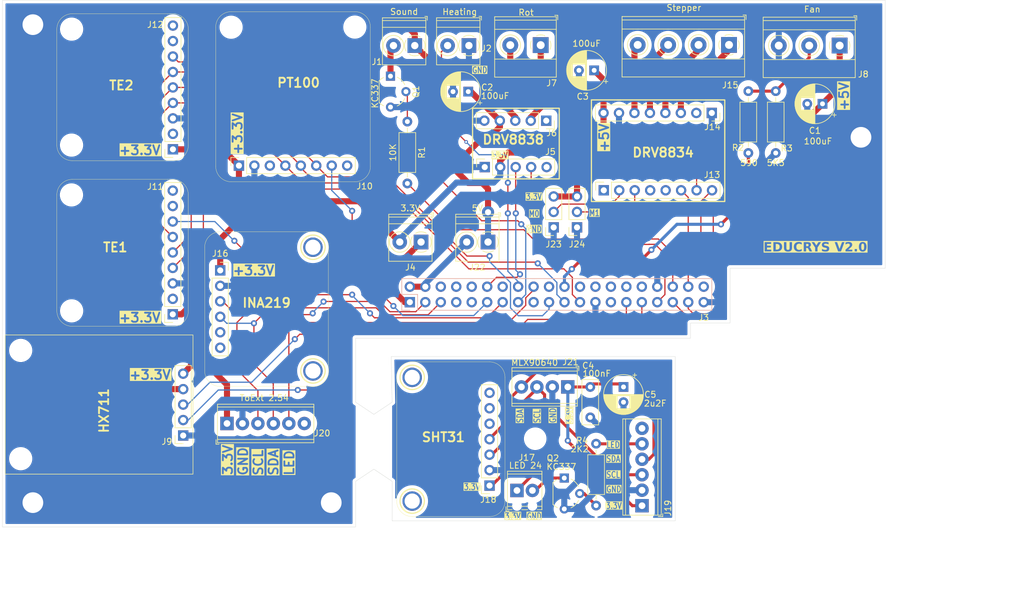
<source format=kicad_pcb>
(kicad_pcb (version 20240108) (generator "pcbnew") (generator_version "8.0")
  (layers (0 "F.Cu" signal) (31 "B.Cu" signal) (34 "B.Paste" user) (35 "F.Paste" user) (36 "B.SilkS" user "B.Silkscreen") (37 "F.SilkS" user "F.Silkscreen") (38 "B.Mask" user) (39 "F.Mask" user) (44 "Edge.Cuts" user))
  (net 0 "")
  (net 1 "+5V")
  (net 2 "+3.3V_EXT")
  (net 3 "GND_EXT")
  (net 4 "Net-(J1-Pin_2)")
  (net 6 "+3.3V")
  (net 16 "GND")
  (net 23 "Net-(J6-Pin_2)")
  (net 24 "Net-(J6-Pin_3)")
  (net 25 "Net-(J8-Pin_2)")
  (net 26 "Net-(Q1-B)")
  (net 40 "Net-(J14-Pin_5)")
  (net 41 "Net-(J14-Pin_3)")
  (net 42 "Net-(J14-Pin_4)")
  (net 43 "Net-(J14-Pin_6)")
  (net 44 "Net-(J17-Pin_2)")
  (net 45 "Net-(Q2-B)")
  (net 46 "unconnected-(J18-Pin_6-Pad6)")
  (net 47 "unconnected-(J18-Pin_7-Pad7)")
  (net 48 "unconnected-(J18-Pin_5-Pad5)")
  (net 49 "+5V_LowEnd")
  (net 52 "SSR 23")
  (net 53 "SDA 2")
  (net 54 "LIN_ON 20")
  (net 55 "PT100_CS 17")
  (net 56 "SOUND 13")
  (net 57 "LED 24")
  (net 58 "T_SDI 10")
  (net 59 "LIN_PWM 19")
  (net 60 "W_DAT 5")
  (net 61 "W_CLK 6")
  (net 62 "FAN_PWM 25")
  (net 63 "TE1_CS 27")
  (net 64 "ROT_PWM 18")
  (net 65 "TE2_CS 22")
  (net 66 "T_CLK 11")
  (net 67 "SCL 3")
  (net 68 "ROT_DIR 16")
  (net 69 "LIN_DIR 16")
  (net 70 "T_SDI 9")
  (net 71 "SCL 3_EXT")
  (net 72 "SDA 2_EXT")
  (net 73 "LED 24_EXT")
  (net 76 "+3.3V_LowEnd")
  (net 77 "Net-(J13-Pin_2)")
  (net 78 "Net-(J13-Pin_3)")
  (footprint "Connector_PinSocket_2.54mm:PinSocket_1x03_P2.54mm_Vertical" (layer "F.Cu") (at 195.53 82.296 180)
    (property "Reference" "J23")
    (property "Value" "M0")
  )
  (footprint "MountingHole:MountingHole_3.2mm_M3_DIN965" (layer "F.Cu") (at 110 127.5)
    (property "Reference" "H3" (hide yes))
    (property "Value" "MountingHole" (hide yes))
  )
  (footprint "Capacitor_THT:CP_Radial_D6.3mm_P2.50mm" (layer "F.Cu") (at 202.182379 56.5 180)
    (property "Reference" "C3")
    (property "Value" "100uF")
  )
  (footprint "Adafruit INA219 STEMMA QT:MOUNTINGHOLE_2.5_PLATED" (layer "F.Cu") (at 155.999051 105.874149 -90)
    (property "Reference" "U$21" (hide yes))
    (property "Value" "MOUNTINGHOLE2.5" (hide yes))
  )
  (footprint "Connector_PinSocket_2.54mm:PinSocket_1x05_P2.54mm_Vertical" (layer "F.Cu") (at 134.683 116.477 180)
    (property "Reference" "J9")
    (property "Value" "HX711")
  )
  (footprint "Connector_PinSocket_2.54mm:PinSocket_1x08_P2.54mm_Vertical" (layer "F.Cu") (at 221.499 63.5 -90)
    (property "Reference" "J14")
    (property "Value" "DRV8434_Right" (hide yes))
  )
  (footprint "STAND-OFF" (layer "F.Cu") (at 116.362263 49.734737 90)
    (property "Reference" "STANDOFF3" (hide yes))
    (property "Value" "STAND-OFF" (hide yes))
  )
  (footprint "Adafruit INA219 STEMMA QT:MOUNTINGHOLE_2.5_PLATED" (layer "F.Cu") (at 155.999051 85.554149 -90)
    (property "Reference" "U$20" (hide yes))
    (property "Value" "MOUNTINGHOLE2.5" (hide yes))
  )
  (footprint "MountingHole:MountingHole_3.2mm_M3_DIN965" (layer "F.Cu") (at 159 127.5)
    (property "Reference" "H4" (hide yes))
    (property "Value" "MountingHole" (hide yes))
  )
  (footprint "MountingHole:MountingHole_3.2mm_M3_DIN965" (layer "F.Cu") (at 192.5 117)
    (property "Reference" "H5" (hide yes))
    (property "Value" "MountingHole" (hide yes))
  )
  (footprint "Connector_PinSocket_2.54mm:PinSocket_1x08_P2.54mm_Vertical" (layer "F.Cu") (at 143.84 72.148559 90)
    (property "Reference" "J10")
    (property "Value" "PT100")
  )
  (footprint "Resistor_THT:R_Axial_DIN0207_L6.3mm_D2.5mm_P10.16mm_Horizontal" (layer "F.Cu") (at 232 70.08 90)
    (property "Reference" "R3")
    (property "Value" "5K5")
  )
  (footprint "Package_TO_SOT_THT:TO-92_Wide" (layer "F.Cu") (at 197.27 123.46 -90)
    (property "Reference" "Q2")
    (property "Value" "KC337")
  )
  (footprint "Connector_PinSocket_2.54mm:PinSocket_1x03_P2.54mm_Vertical" (layer "F.Cu") (at 199.365 82.296 180)
    (property "Reference" "J24")
    (property "Value" "M1")
  )
  (footprint "STAND-OFF" (layer "F.Cu") (at 162.876635 49.398686)
    (property "Reference" "STANDOFF3" (hide yes))
    (property "Value" "STAND-OFF" (hide yes))
  )
  (footprint "TerminalBlock_Phoenix:TerminalBlock_Phoenix_MKDS-1,5-4_1x04_P5.00mm_Horizontal" (layer "F.Cu") (at 224.329051 52.324 180)
    (property "Reference" "J15")
    (property "Value" "Stepper")
  )
  (footprint "MountingHole:MountingHole_3.2mm_M3_DIN965" (layer "F.Cu") (at 110 49)
    (property "Reference" "H1" (hide yes))
    (property "Value" "MountingHole" (hide yes))
  )
  (footprint "STAND-OFF" (layer "F.Cu") (at 116.339635 76.961314 90)
    (property "Reference" "STANDOFF3" (hide yes))
    (property "Value" "STAND-OFF" (hide yes))
  )
  (footprint "TerminalBlock_Phoenix:TerminalBlock_Phoenix_PT-1,5-2-3.5-H_1x02_P3.50mm_Horizontal" (layer "F.Cu") (at 173.75 84.7 180)
    (property "Reference" "J4")
    (property "Value" "3.3V")
  )
  (footprint "Capacitor_THT:CP_Radial_D6.3mm_P2.50mm" (layer "F.Cu") (at 207 108.5 -90)
    (property "Reference" "C5")
    (property "Value" "2u2F")
  )
  (footprint "Connector_PinSocket_2.54mm:PinSocket_1x07_P2.54mm_Vertical" (layer "F.Cu") (at 185 124.7 180)
    (property "Reference" "J18")
    (property "Value" "SHT31")
  )
  (footprint "TerminalBlock_Phoenix:TerminalBlock_Phoenix_MPT-0,5-6-2.54_1x06_P2.54mm_Horizontal" (layer "F.Cu") (at 141.88 114.5)
    (property "Reference" "J20")
    (property "Value" "ToExt 2.54")
  )
  (footprint "STAND-OFF" (layer "F.Cu") (at 116.350949 68.780051 90)
    (property "Reference" "STANDOFF3" (hide yes))
    (property "Value" "STAND-OFF" (hide yes))
  )
  (footprint "Resistor_THT:R_Axial_DIN0207_L6.3mm_D2.5mm_P10.16mm_Horizontal" (layer "F.Cu") (at 202.5 117.82 -90)
    (property "Reference" "R4")
    (property "Value" "2K2")
  )
  (footprint "TerminalBlock_Phoenix:TerminalBlock_Phoenix_MPT-0,5-2-2.54_1x02_P2.54mm_Horizontal" (layer "F.Cu") (at 189.5 125.5)
    (property "Reference" "J17")
    (property "Value" "LED 24")
  )
  (footprint "Connector_PinSocket_2.54mm:PinSocket_1x06_P2.54mm_Vertical" (layer "F.Cu") (at 140.7664 89.3568)
    (property "Reference" "J16")
    (property "Value" "INA219")
  )
  (footprint "Capacitor_THT:CP_Radial_D6.3mm_P2.50mm" (layer "F.Cu") (at 181.5 60 180)
    (property "Reference" "C2")
    (property "Value" "100uF")
  )
  (footprint "Capacitor_THT:C_Rect_L7.2mm_W2.5mm_P5.00mm_FKS2_FKP2_MKS2_MKP2" (layer "F.Cu") (at 201.54 108.5 -90)
    (property "Reference" "C4")
    (property "Value" "100nF")
  )
  (footprint "Capacitor_THT:CP_Radial_D6.3mm_P2.50mm" (layer "F.Cu") (at 239.68238 62 180)
    (property "Reference" "C1")
    (property "Value" "100uF")
  )
  (footprint "STAND-OFF" (layer "F.Cu") (at 108 120.28)
    (property "Reference" "STANDOFF1" (hide yes))
    (property "Value" "STAND-OFF" (hide yes))
  )
  (footprint "Connector_PinSocket_2.54mm:PinSocket_1x05_P2.54mm_Vertical" (layer "F.Cu") (at 194.31 64.77 -90)
    (property "Reference" "J6")
    (property "Value" "DRV8838_Right" (hide yes))
  )
  (footprint "TerminalBlock_Phoenix:TerminalBlock_Phoenix_PT-1,5-2-3.5-H_1x02_P3.50mm_Horizontal" (layer "F.Cu") (at 184.75 84.7 180)
    (property "Reference" "J22")
    (property "Value" "5V")
  )
  (footprint "TerminalBlock_Phoenix:TerminalBlock_Phoenix_PT-1,5-2-3.5-H_1x02_P3.50mm_Horizontal" (layer "F.Cu") (at 181.61 52.43 180)
    (property "Reference" "J2")
    (property "Value" "Heating")
  )
  (footprint "Resistor_THT:R_Axial_DIN0207_L6.3mm_D2.5mm_P10.16mm_Horizontal" (layer "F.Cu") (at 227.5 59.92 -90)
    (property "Reference" "R2")
    (property "Value" "590")
  )
  (footprint "MOUNTINGHOLE_2.5_PLATED" (layer "F.Cu") (at 172.295549 106.926651 90)
    (property "Reference" "U$20" (hide yes))
    (property "Value" "MOUNTINGHOLE2.5" (hide yes))
  )
  (footprint "Resistor_THT:R_Axial_DIN0207_L6.3mm_D2.5mm_P10.16mm_Horizontal" (layer "F.Cu") (at 171.5 64.92 -90)
    (property "Reference" "R1")
    (property "Value" "10K")
  )
  (footprint "Package_TO_SOT_THT:TO-92_Wide" (layer "F.Cu") (at 168.73 57.46 -90)
    (property "Reference" "Q1")
    (property "Value" "KC337")
  )
  (footprint "Connector_PinSocket_2.54mm:PinSocket_1x08_P2.54mm_Vertical" (layer "F.Cu") (at 203.76 76.2 90)
    (property "Reference" "J13")
    (property "Value" "DRV8434_Left" (hide yes))
  )
  (footprint "MOUNTINGHOLE_2.5_PLATED" (layer "F.Cu") (at 172.295549 127.246651 90)
    (property "Reference" "U$19" (hide yes))
    (property "Value" "MOUNTINGHOLE2.5" (hide yes))
  )
  (footprint "Connector_PinSocket_2.54mm:PinSocket_1x05_P2.54mm_Vertical" (layer "F.Cu") (at 184.21 72.39 90)
    (property "Reference" "J5")
    (property "Value" "DRV8838_Left" (hide yes))
  )
  (footprint "TerminalBlock_Phoenix:TerminalBlock_Phoenix_MKDS-1,5-2_1x02_P5.00mm_Horizontal" (layer "F.Cu") (at 193.401051 52.36 180)
    (property "Reference" "J7")
    (property "Value" "Rot")
  )
  (footprint "TerminalBlock_Phoenix:TerminalBlock_Phoenix_PT-1,5-2-3.5-H_1x02_P3.50mm_Horizontal" (layer "F.Cu") (at 172.72 52.435 180)
    (property "Reference" "J1")
    (property "Value" "Sound")
  )
  (footprint "Connector_PinSocket_2.54mm:PinSocket_1x09_P2.54mm_Vertical" (layer "F.Cu") (at 133 69.472 180)
    (property "Reference" "J12")
    (property "Value" "TE2")
  )
  (footprint "TerminalBlock_Phoenix:TerminalBlock_Phoenix_MPT-0,5-4-2.54_1x04_P2.54mm_Horizontal" (layer "F.Cu") (at 197.855 108.5 180)
    (property "Reference" "J21")
    (property "Value" "MLX90640")
  )
  (footprint "MountingHole:MountingHole_3.2mm_M3_DIN965" (layer "F.Cu") (at 246 67.5)
    (property "Reference" "H2" (hide yes))
    (property "Value" "MountingHole" (hide yes))
  )
  (footprint "STAND-OFF" (layer "F.Cu") (at 142.556635 49.421314)
    (property "Reference" "STANDOFF3" (hide yes))
    (property "Value" "STAND-OFF" (hide yes))
  )
  (footprint "TerminalBlock_Phoenix:TerminalBlock_Phoenix_MKDS-1,5-3_1x03_P5.00mm_Horizontal" (layer "F.Cu") (at 242.5 52.437 180)
    (property "Reference" "J8")
    (property "Value" "Fan")
  )
  (footprint "STAND-OFF" (layer "F.Cu") (at 116.366949 96 90)
    (property "Reference" "STANDOFF3" (hide yes))
    (property "Value" "STAND-OFF" (hide yes))
  )
  (footprint "STAND-OFF" (layer "F.Cu") (at 108 102.5)
    (property "Reference" "STANDOFF3" (hide yes))
    (property "Value" "STAND-OFF" (hide yes))
  )
  (footprint "Connector_PinSocket_2.54mm:PinSocket_1x09_P2.54mm_Vertical" (layer "F.Cu") (at 132.975 96.571949 180)
    (property "Reference" "J11")
    (property "Value" "TE1")
  )
  (footprint "TerminalBlock_Phoenix:TerminalBlock_Phoenix_MPT-0,5-6-2.54_1x06_P2.54mm_Horizontal" (layer "F.Cu") (at 210.04 128 90)
    (property "Reference" "J19")
    (property "Value" "ToMain 2.54")
  )
  (footprint "Connector_PinSocket_2.54mm:PinSocket_2x20_P2.54mm_Vertical" (layer "B.Cu") (at 171.911051 94.575 -90)
    (property "Reference" "J3")
    (property "Value" "RaspberryPi4B")
  )
  (gr_line (start 116.477949 74.41) (end 132.987949 74.41) (stroke (width 0.05)) (layer "F.SilkS"))
  (gr_line (start 116.477949 47.206051) (end 132.987949 47.206051) (stroke (width 0.05)) (layer "F.SilkS"))
  (gr_line (start 184.995549 104.386651) (end 172.295549 104.386651) (stroke (width 0.05)) (layer "F.SilkS"))
  (gr_rect (start 201.73 61.36) (end 223.63 78.04) (stroke (width 0.2)) (fill none) (layer "F.SilkS"))
  (gr_line (start 187.535549 127.246651) (end 187.535549 106.926651) (stroke (width 0.05)) (layer "F.SilkS"))
  (gr_arc (start 135.527949 68.796051) (mid 134.784047 70.592163) (end 132.987949 71.336051) (stroke (width 0.05)) (layer "F.SilkS"))
  (gr_arc (start 132.987949 74.41) (mid 134.783986 75.153963) (end 135.527949 76.95) (stroke (width 0.05)) (layer "F.SilkS"))
  (gr_arc (start 172.295549 129.786651) (mid 170.499498 129.042702) (end 169.755549 127.246651) (stroke (width 0.05)) (layer "F.SilkS"))
  (gr_line (start 165.427949 72.27) (end 165.427949 49.41) (stroke (width 0.05)) (layer "F.SilkS"))
  (gr_line (start 135.527949 76.95) (end 135.527949 96) (stroke (width 0.05)) (layer "F.SilkS"))
  (gr_arc (start 158.539051 105.874149) (mid 157.795102 107.6702) (end 155.999051 108.414149) (stroke (width 0.05)) (layer "F.SilkS"))
  (gr_arc (start 162.887949 46.87) (mid 164.683971 47.613978) (end 165.427949 49.41) (stroke (width 0.05)) (layer "F.SilkS"))
  (gr_line (start 155.999051 83.014149) (end 140.759051 83.014149) (stroke (width 0.05)) (layer "F.SilkS"))
  (gr_arc (start 135.527949 96) (mid 134.78403 97.796081) (end 132.987949 98.54) (stroke (width 0.05)) (layer "F.SilkS"))
  (gr_arc (start 142.5702 74.803) (mid 140.774113 74.059082) (end 140.0302 72.263) (stroke (width 0.05)) (layer "F.SilkS"))
  (gr_arc (start 138.219051 85.554149) (mid 138.963 83.758098) (end 140.759051 83.014149) (stroke (width 0.05)) (layer "F.SilkS"))
  (gr_arc (start 116.477949 71.336051) (mid 114.681883 70.592117) (end 113.937949 68.796051) (stroke (width 0.05)) (layer "F.SilkS"))
  (gr_line (start 140.027949 49.41) (end 140.027949 72.27) (stroke (width 0.05)) (layer "F.SilkS"))
  (gr_line (start 132.987949 98.54) (end 116.477949 98.54) (stroke (width 0.05)) (layer "F.SilkS"))
  (gr_line (start 132.987949 71.336051) (end 116.477949 71.336051) (stroke (width 0.05)) (layer "F.SilkS"))
  (gr_arc (start 184.995549 104.386651) (mid 186.7916 105.1306) (end 187.535549 106.926651) (stroke (width 0.05)) (layer "F.SilkS"))
  (gr_line (start 138.219051 85.554149) (end 138.219051 105.874149) (stroke (width 0.05)) (layer "F.SilkS"))
  (gr_line (start 135.527949 49.746051) (end 135.527949 68.796051) (stroke (width 0.05)) (layer "F.SilkS"))
  (gr_line (start 169.755549 106.926651) (end 169.755549 127.246651) (stroke (width 0.05)) (layer "F.SilkS"))
  (gr_arc (start 155.999051 83.014149) (mid 157.795102 83.758098) (end 158.539051 85.554149) (stroke (width 0.05)) (layer "F.SilkS"))
  (gr_line (start 142.5702 74.81) (end 162.8902 74.81) (stroke (width 0.05)) (layer "F.SilkS"))
  (gr_line (start 140.759051 108.414149) (end 155.999051 108.414149) (stroke (width 0.05)) (layer "F.SilkS"))
  (gr_arc (start 140.759051 108.414149) (mid 138.962999 107.6702) (end 138.219051 105.874149) (stroke (width 0.05)) (layer "F.SilkS"))
  (gr_line (start 158.539051 105.874149) (end 158.539051 85.554149) (stroke (width 0.05)) (layer "F.SilkS"))
  (gr_arc (start 169.755549 106.926651) (mid 170.499498 105.1306) (end 172.295549 104.386651) (stroke (width 0.05)) (layer "F.SilkS"))
  (gr_arc (start 165.4302 72.27) (mid 164.686254 74.066069) (end 162.8902 74.81) (stroke (width 0.05)) (layer "F.SilkS"))
  (gr_line (start 162.887949 46.87) (end 142.567949 46.87) (stroke (width 0.05)) (layer "F.SilkS"))
  (gr_rect (start 105.46 99.96) (end 136.2956 122.82) (stroke (width 0.1)) (fill none) (layer "F.SilkS"))
  (gr_arc (start 113.937949 49.746051) (mid 114.681944 47.950061) (end 116.477949 47.206051) (stroke (width 0.05)) (layer "F.SilkS"))
  (gr_arc (start 116.477949 98.54) (mid 114.681883 97.796066) (end 113.937949 96) (stroke (width 0.05)) (layer "F.SilkS"))
  (gr_arc (start 113.937949 76.95) (mid 114.681927 75.153978) (end 116.477949 74.41) (stroke (width 0.05)) (layer "F.SilkS"))
  (gr_line (start 113.937949 68.796051) (end 113.937949 49.746051) (stroke (width 0.05)) (layer "F.SilkS"))
  (gr_line (start 172.295549 129.786651) (end 184.995549 129.786651) (stroke (width 0.05)) (layer "F.SilkS"))
  (gr_arc (start 132.987949 47.206051) (mid 134.784018 47.949997) (end 135.527949 49.746051) (stroke (width 0.05)) (layer "F.SilkS"))
  (gr_arc (start 187.535549 127.246651) (mid 186.7916 129.042702) (end 184.995549 129.786651) (stroke (width 0.05)) (layer "F.SilkS"))
  (gr_arc (start 140.027949 49.41) (mid 140.771898 47.613949) (end 142.567949 46.87) (stroke (width 0.05)) (layer "F.SilkS"))
  (gr_line (start 113.937949 96) (end 113.937949 76.95) (stroke (width 0.05)) (layer "F.SilkS"))
  (gr_rect (start 182.208949 62.7288) (end 196.448949 74.3288) (stroke (width 0.2)) (fill none) (layer "F.SilkS"))
  (gr_poly (pts (xy 105 45) (xy 250 45) (xy 250 89) (xy 224.5 89) (xy 224.5 98) (xy 218 98) (xy 218 100.5) (xy 163 100.5) (xy 163 103.5) (xy 163 111) (xy 166 113) (xy 169 111) (xy 168.8512 103.5) (xy 215.5 103.5) (xy 215.5 130.5) (xy 169 130.5) (xy 169 124) (xy 166 122) (xy 163 124) (xy 163 131.5) (xy 105 131.5)) (stroke (width 0.05)) (fill none) (layer "Edge.Cuts"))
  (gr_text "GND" (at 196 114.5 90) (layer "F.SilkS" knockout) (effects (font (size 1 0.8)) (justify left bottom)))
  (gr_text "SDA" (at 150.4 123.2 90) (layer "F.SilkS" knockout) (effects (font (size 1.5 1.5) (thickness 0.3) (bold yes)) (justify left bottom)))
  (gr_text "SDA" (at 190.6 114.5 90) (layer "F.SilkS" knockout) (effects (font (size 1 0.8)) (justify left bottom)))
  (gr_text "SDA" (at 204.1 120.9 0) (layer "F.SilkS" knockout) (effects (font (size 1 0.8)) (justify left bottom)))
  (gr_text "GND" (at 191 130.3 0) (layer "F.SilkS" knockout) (effects (font (size 1 0.8)) (justify left bottom)))
  (gr_text "DRV8834" (at 208.31 70.884 0) (layer "F.SilkS") (effects (font (size 1.5 1.5) (thickness 0.3) (bold yes)) (justify left bottom)))
  (gr_text "GND" (at 204.1 125.9 0) (layer "F.SilkS" knockout) (effects (font (size 1 0.8)) (justify left bottom)))
  (gr_text "+3.3V" (at 125.683 107.397 0) (layer "F.SilkS" knockout) (effects (font (size 1.5 1.5) (thickness 0.3) (bold yes)) (justify left bottom)))
  (gr_text "3.3V" (at 187.4 130.3 0) (layer "F.SilkS" knockout) (effects (font (size 1 0.8)) (justify left bottom)))
  (gr_text "SHT31" (at 177.42 116.75 0) (layer "F.SilkS") (effects (font (size 1.5 1.5) (thickness 0.3) (bold yes))))
  (gr_text "3.3V" (at 180.7 125.5 0) (layer "F.SilkS" knockout) (effects (font (size 1 0.8)) (justify left bottom)))
  (gr_text "+5V" (at 244.094 63.246 90) (layer "F.SilkS" knockout) (effects (font (size 1.5 1.5) (thickness 0.3) (bold yes)) (justify left bottom)))
  (gr_text "LED" (at 153 123.2 90) (layer "F.SilkS" knockout) (effects (font (size 1.5 1.5) (thickness 0.3) (bold yes)) (justify left bottom)))
  (gr_text "SCL" (at 204.1 123.5 0) (layer "F.SilkS" knockout) (effects (font (size 1 0.8)) (justify left bottom)))
  (gr_text "M1" (at 201.295 80.518 0) (layer "F.SilkS" knockout) (effects (font (size 1 0.8)) (justify left bottom)))
  (gr_text "EDUCRYS V2.0" (at 238.5 86.5 0) (layer "F.SilkS" knockout) (effects (font (size 1.5 1.5) (thickness 0.3) (bold yes)) (justify bottom)))
  (gr_text "LED" (at 204.1 118.6 0) (layer "F.SilkS" knockout) (effects (font (size 1 0.8)) (justify left bottom)))
  (gr_text "DRV8838" (at 183.6928 68.7578 0) (layer "F.SilkS") (effects (font (size 1.5 1.5) (thickness 0.3) (bold yes)) (justify left bottom)))
  (gr_text "+3.3V" (at 124 98 0) (layer "F.SilkS" knockout) (effects (font (size 1.5 1.5) (thickness 0.3) (bold yes)) (justify left bottom)))
  (gr_text "GND" (at 145.4 123.2 90) (layer "F.SilkS" knockout) (effects (font (size 1.5 1.5) (thickness 0.3) (bold yes)) (justify left bottom)))
  (gr_text "+3.3V" (at 124 70.5 0) (layer "F.SilkS" knockout) (effects (font (size 1.5 1.5) (thickness 0.3) (bold yes)) (justify left bottom)))
  (gr_text "3.3V" (at 198.7 114.6 90) (layer "F.SilkS" knockout) (effects (font (size 1 0.8)) (justify left bottom)))
  (gr_text "GND" (at 182.0672 57.0484 0) (layer "F.SilkS" knockout) (effects (font (size 1 0.8)) (justify left bottom)))
  (gr_text "3.3V" (at 204 128.6 0) (layer "F.SilkS" knockout) (effects (font (size 1 0.8)) (justify left bottom)))
  (gr_text "+5V" (at 204.6986 70.0278 90) (layer "F.SilkS" knockout) (effects (font (size 1.5 1.5) (thickness 0.3) (bold yes)) (justify left bottom)))
  (gr_text "M0" (at 191.389 80.645 0) (layer "F.SilkS" knockout) (effects (font (size 1 0.8)) (justify left bottom)))
  (gr_text "SCL" (at 193.4 114.5 90) (layer "F.SilkS" knockout) (effects (font (size 1 0.8)) (justify left bottom)))
  (gr_text "+3.3V" (at 142.6714 90.2458 0) (layer "F.SilkS" knockout) (effects (font (size 1.5 1.5) (thickness 0.3) (bold yes)) (justify left bottom)))
  (gr_text "3.3V" (at 142.9 123.1 90) (layer "F.SilkS" knockout) (effects (font (size 1.5 1.5) (thickness 0.3) (bold yes)) (justify left bottom)))
  (gr_text "SCL" (at 147.9 123.2 90) (layer "F.SilkS" knockout) (effects (font (size 1.5 1.5) (thickness 0.3) (bold yes)) (justify left bottom)))
  (gr_text "3.3V" (at 185.3 71 0) (layer "F.SilkS" knockout) (effects (font (size 1 0.8)) (justify left bottom)))
  (gr_text "+3.3V" (at 144.5 70.5 90) (layer "F.SilkS" knockout) (effects (font (size 1.5 1.5) (thickness 0.3) (bold yes)) (justify left bottom)))
  (gr_text "3.3V" (at 190.881 77.851 0) (layer "F.SilkS" knockout) (effects (font (size 1 0.8)) (justify left bottom)))
  (gr_text "GND" (at 191.008 83.185 0) (layer "F.SilkS" knockout) (effects (font (size 1 0.8)) (justify left bottom)))
  (gr_text "INA219" (at 148.3864 94.6908 0) (layer "F.SilkS") (effects (font (size 1.5 1.5) (thickness 0.3) (bold yes))))
  (segment (start 172.72 50.546) (end 172.72 52.435) (width 1) (layer "F.Cu") (net 1))
  (segment (start 137.668 49.022) (end 137.668 50.8) (width 1) (layer "F.Cu") (net 1))
  (segment (start 121.5 104.357) (end 121.5 50.966) (width 1) (layer "F.Cu") (net 1))
  (segment (start 185 67.5) (end 202 67.5) (width 1) (layer "F.Cu") (net 1))
  (segment (start 140.208 53.34) (end 163.83 53.34) (width 1) (layer "F.Cu") (net 1))
  (segment (start 242.5 59.18238) (end 239.68238 62) (width 1) (layer "F.Cu") (net 1))
  (segment (start 181.92 60) (end 186.69 64.77) (width 1) (layer "F.Cu") (net 1))
  (segment (start 175.25 54.965) (end 172.72 52.435) (width 1) (layer "F.Cu") (net 1))
  (segment (start 135.382 46.736) (end 137.668 49.022) (width 1) (layer "F.Cu") (net 1))
  (segment (start 175.25 68.75) (end 175.25 54.965) (width 1) (layer "F.Cu") (net 1))
  (segment (start 202 67.5) (end 234.18238 67.5) (width 1) (layer "F.Cu") (net 1))
  (segment (start 126 108.857) (end 121.5 104.357) (width 1) (layer "F.Cu") (net 1))
  (segment (start 167.894 49.276) (end 171.45 49.276) (width 1) (layer "F.Cu") (net 1))
  (segment (start 186.69 65.81) (end 185 67.5) (width 1) (layer "F.Cu") (net 1))
  (segment (start 180 73.5) (end 180 71.4) (width 1) (layer "F.Cu") (net 1))
  (segment (start 234.18238 67.5) (end 239.68238 62) (width 1) (layer "F.Cu") (net 1))
  (segment (start 125.73 46.736) (end 135.382 46.736) (width 1) (layer "F.Cu") (net 1))
  (segment (start 186.69 64.77) (end 186.69 65.81) (width 1) (layer "F.Cu") (net 1))
  (segment (start 134.683 108.857) (end 126 108.857) (width 1) (layer "F.Cu") (net 1))
  (segment (start 180 71.4) (end 183.9 67.5) (width 1) (layer "F.Cu") (net 1))
  (segment (start 184.75 79.8038) (end 184.75 75.97) (width 1) (layer "F.Cu") (net 1))
  (segment (start 137.668 50.8) (end 140.208 53.34) (width 1) (layer "F.Cu") (net 1))
  (segment (start 184.75 75.97) (end 183.78 75) (width 1) (layer "F.Cu") (net 1))
  (segment (start 163.83 53.34) (end 167.894 49.276) (width 1) (layer "F.Cu") (net 1))
  (segment (start 181.5 60) (end 181.92 60) (width 1) (layer "F.Cu") (net 1))
  (segment (start 121.5 50.966) (end 125.73 46.736) (width 1) (layer "F.Cu") (net 1))
  (segment (start 242.5 52.437) (end 242.5 59.18238) (width 1) (layer "F.Cu") (net 1))
  (segment (start 203.719 63.3) (end 203.719 58.036621) (width 1) (layer "F.Cu") (net 1))
  (segment (start 183.78 75) (end 181.5 75) (width 1) (layer "F.Cu") (net 1))
  (segment (start 171.45 49.276) (end 172.72 50.546) (width 1) (layer "F.Cu") (net 1))
  (segment (start 203.719 65.781) (end 202 67.5) (width 1) (layer "F.Cu") (net 1))
  (segment (start 203.719 58.036621) (end 202.182379 56.5) (width 1) (layer "F.Cu") (net 1))
  (segment (start 183.9 67.5) (end 185 67.5) (width 1) (layer "F.Cu") (net 1))
  (segment (start 181.5 75) (end 175.25 68.75) (width 1) (layer "F.Cu") (net 1))
  (segment (start 203.719 63.3) (end 203.719 65.781) (width 1) (layer "F.Cu") (net 1))
  (via (at 184.75 79.8038) (size 2) (drill 1) (layers "F.Cu" "B.Cu") (net 1))
  (segment (start 184.75 79.8038) (end 184.75 84.7) (width 1) (layer "B.Cu") (net 1))
  (segment (start 187.88 122.16) (end 185.34 124.7) (width 0.5) (layer "F.Cu") (net 2))
  (segment (start 197.855 108.5) (end 201.54 108.5) (width 0.5) (layer "F.Cu") (net 2))
  (segment (start 210.04 128) (end 208.44 128) (width 0.5) (layer "F.Cu") (net 2))
  (segment (start 200.99 120.55) (end 200.94 120.5) (width 0.5) (layer "F.Cu") (net 2))
  (segment (start 192.84 122.16) (end 187.88 122.16) (width 0.5) (layer "F.Cu") (net 2))
  (segment (start 197.855 117.315) (end 197.855 117.415) (width 0.5) (layer "F.Cu") (net 2))
  (segment (start 208.44 128) (end 200.99 120.55) (width 0.5) (layer "F.Cu") (net 2))
  (segment (start 197.855 117.415) (end 200.99 120.55) (width 0.5) (layer "F.Cu") (net 2))
  (segment (start 185.34 124.7) (end 185 124.7) (width 0.5) (layer "F.Cu") (net 2))
  (segment (start 200.94 120.5) (end 194.5 120.5) (width 0.5) (layer "F.Cu") (net 2))
  (segment (start 201.54 108.5) (end 202.04 108) (width 0.5) (layer "F.Cu") (net 2))
  (segment (start 202.04 108) (end 206.5 108) (width 0.5) (layer "F.Cu") (net 2))
  (segment (start 206.5 108) (end 207 108.5) (width 0.5) (layer "F.Cu") (net 2))
  (segment (start 192.84 122.16) (end 189.5 125.5) (width 0.5) (layer "F.Cu") (net 2))
  (segment (start 194.5 120.5) (end 192.84 122.16) (width 0.5) (layer "F.Cu") (net 2))
  (via (at 197.855 117.315) (size 1) (drill 0.5) (layers "F.Cu" "B.Cu") (net 2))
  (segment (start 197.855 117.315) (end 197.855 108.5) (width 0.5) (layer "B.Cu") (net 2))
  (segment (start 185 122.16) (end 187.3364 122.16) (width 1) (layer "B.Cu") (net 3))
  (segment (start 195.315 108.5) (end 195.315 111.0852) (width 1) (layer "B.Cu") (net 3))
  (segment (start 207 111) (end 207 113.9036) (width 1) (layer "B.Cu") (net 3))
  (segment (start 202.581 125.46) (end 206.6638 125.46) (width 1) (layer "B.Cu") (net 3))
  (segment (start 207 113.9036) (end 206.9084 113.9952) (width 1) (layer "B.Cu") (net 3))
  (segment (start 197.27 128.54) (end 199.501 128.54) (width 1) (layer "B.Cu") (net 3))
  (segment (start 203.2508 115.2108) (end 203.2508 115.2144) (width 1) (layer "B.Cu") (net 3))
  (segment (start 199.501 128.54) (end 202.581 125.46) (width 1) (layer "B.Cu") (net 3))
  (segment (start 206.6638 125.46) (end 206.2988 125.095) (width 1) (layer "B.Cu") (net 3))
  (segment (start 187.3364 122.16) (end 187.4012 122.2248) (width 1) (layer "B.Cu") (net 3))
  (segment (start 210.04 125.46) (end 206.6638 125.46) (width 1) (layer "B.Cu") (net 3))
  (segment (start 197.27 126.199) (end 200.152 123.317) (width 1) (layer "B.Cu") (net 3))
  (segment (start 195.315 111.0852) (end 195.1228 111.2774) (width 1) (layer "B.Cu") (net 3))
  (segment (start 201.54 113.5) (end 203.2508 115.2108) (width 1) (layer "B.Cu") (net 3))
  (segment (start 197.27 128.54) (end 197.27 126.199) (width 1) (layer "B.Cu") (net 3))
  (segment (start 200.152 123.317) (end 200.279 123.317) (width 1) (layer "B.Cu") (net 3))
  (segment (start 168.73 57.46) (end 168.73 52.925) (width 1) (layer "F.Cu") (net 4))
  (segment (start 168.73 52.925) (end 169.22 52.435) (width 1) (layer "F.Cu") (net 4))
  (segment (start 143.84 72.148559) (end 143.84 77.34) (width 1) (layer "F.Cu") (net 6))
  (segment (start 134.428051 96.571949) (end 136 95) (width 1) (layer "F.Cu") (net 6))
  (segment (start 140.7664 84.48) (end 140.6432 84.3568) (width 1) (layer "F.Cu") (net 6))
  (segment (start 136 95) (end 136 100) (width 1) (layer "F.Cu") (net 6))
  (segment (start 188.064 70) (end 197.993 70) (width 1) (layer "F.Cu") (net 6))
  (segment (start 141.88 108.13) (end 141.88 114.5) (width 1) (layer "F.Cu") (net 6))
  (segment (start 136 102.25) (end 136 105) (width 1) (layer "F.Cu") (net 6))
  (segment (start 144.5 78) (end 147 78) (width 1) (layer "F.Cu") (net 6))
  (segment (start 136 89) (end 136 95) (width 1) (layer "F.Cu") (net 6))
  (segment (start 136 105) (end 134.683 106.317) (width 1) (layer "F.Cu") (net 6))
  (segment (start 186.75 72.5678) (end 186.75 72.39) (width 1) (layer "F.Cu") (net 6))
  (segment (start 132.975 96.571949) (end 134.428051 96.571949) (width 1) (layer "F.Cu") (net 6))
  (segment (start 163.55 78) (end 147 78) (width 1) (layer "F.Cu") (net 6))
  (segment (start 139.424 85.576) (end 136 89) (width 1) (layer "F.Cu") (net 6))
  (segment (start 195.53 77.216) (end 199.365 77.216) (width 1) (layer "F.Cu") (net 6))
  (segment (start 141.163441 69.472) (end 143.84 72.148559) (width 1) (layer "F.Cu") (net 6))
  (segment (start 140.7664 89.3568) (end 140.7664 84.48) (width 1) (layer "F.Cu") (net 6))
  (segment (start 199.365 71.372) (end 199.365 77.216) (width 1) (layer "F.Cu") (net 6))
  (segment (start 186.75 71.314) (end 188.064 70) (width 1) (layer "F.Cu") (net 6))
  (segment (start 186.75 72.39) (end 186.75 71.314) (width 1) (layer "F.Cu") (net 6))
  (segment (start 170.25 84.7) (end 163.55 78) (width 1) (layer "F.Cu") (net 6))
  (segment (start 136 100) (end 136 102.25) (width 1) (layer "F.Cu") (net 6))
  (segment (start 143.84 77.34) (end 144.5 78) (width 1) (layer "F.Cu") (net 6))
  (segment (start 136 102.25) (end 141.88 108.13) (width 1) (layer "F.Cu") (net 6))
  (segment (start 147 78) (end 139.424 85.576) (width 1) (layer "F.Cu") (net 6))
  (segment (start 133 69.472) (end 141.163441 69.472) (width 1) (layer "F.Cu") (net 6))
  (segment (start 197.993 70) (end 199.365 71.372) (width 1) (layer "F.Cu") (net 6))
  (segment (start 170.25 84.7) (end 170.25 84.25) (width 1) (layer "B.Cu") (net 6))
  (segment (start 179.57 74.93) (end 185.674 74.93) (width 1) (layer "B.Cu") (net 6))
  (segment (start 170.25 84.25) (end 179.57 74.93) (width 1) (layer "B.Cu") (net 6))
  (segment (start 185.674 74.93) (end 186.75 73.854) (width 1) (layer "B.Cu") (net 6))
  (segment (start 186.75 73.854) (end 186.75 72.5678) (width 1) (layer "B.Cu") (net 6))
  (segment (start 212.551051 89.348949) (end 212.7 89.2) (width 1) (layer "B.Cu") (net 16))
  (segment (start 184.15 64.77) (end 181.83 64.77) (width 1) (layer "B.Cu") (net 16))
  (segment (start 146.38 72.148559) (end 146.38 76.62) (width 1) (layer "B.Cu") (net 16))
  (segment (start 220.171051 94.575) (end 222.875 94.575) (width 1) (layer "B.Cu") (net 16))
  (segment (start 171.958 62.484) (end 171.902 62.54) (width 1) (layer "B.Cu") (net 16))
  (segment (start 133 64.392) (end 136.608 64.392) (width 1) (layer "B.Cu") (net 16))
  (segment (start 179 60) (end 179 62.9) (width 1) (layer "B.Cu") (net 16))
  (segment (start 195.53 82.296) (end 195.53 84.786) (width 1) (layer "B.Cu") (net 16))
  (segment (start 140.7664 91.8968) (end 143.535 91.8968) (width 1) (layer "B.Cu") (net 16))
  (segment (start 144.42 111.42) (end 144 111) (width 1) (layer "B.Cu") (net 16))
  (segment (start 137.523 116.477) (end 138 116) (width 1) (layer "B.Cu") (net 16))
  (segment (start 181.61 52.43) (end 181.61 55.39) (width 1) (layer "B.Cu") (net 16))
  (segment (start 179 60) (end 179 57.8) (width 1) (layer "B.Cu") (net 16))
  (segment (start 199.365 82.296) (end 199.365 84.557) (width 1) (layer "B.Cu") (net 16))
  (segment (start 132.975 91.491949) (end 135.491949 91.491949) (width 1) (layer "B.Cu") (net 16))
  (segment (start 136.608 64.392) (end 137 64) (width 1) (layer "B.Cu") (net 16))
  (segment (start 230 72.08) (end 230 72.1) (width 1) (layer "B.Cu") (net 16))
  (segment (start 206.259 66.741) (end 206 67) (width 1) (layer "B.Cu") (net 16))
  (segment (start 134.683 116.477) (end 137.523 116.477) (width 1) (layer "B.Cu") (net 16))
  (segment (start 221.499 66.799) (end 221.7 67) (width 1) (layer "B.Cu") (net 16))
  (segment (start 202.391051 97.291051) (end 202.4 97.3) (width 1) (layer "B.Cu") (net 16))
  (segment (start 195.53 84.786) (end 195.58 84.836) (width 1) (layer "B.Cu") (net 16))
  (segment (start 237.18238 66.81762) (end 237 67) (width 1) (layer "B.Cu") (net 16))
  (segment (start 222.875 94.575) (end 222.9 94.6) (width 1) (layer "B.Cu") (net 16))
  (segment (start 232 70.08) (end 230 72.08) (width 1) (layer "B.Cu") (net 16))
  (segment (start 171.902 62.54) (end 168.73 62.54) (width 1) (layer "B.Cu") (net 16))
  (segment (start 237.18238 62) (end 237.18238 66.81762) (width 1) (layer "B.Cu") (net 16))
  (segment (start 184.0322 72.39) (end 181.356 72.39) (width 1) (layer "B.Cu") (net 16))
  (segment (start 232.5 49.276) (end 232.5 55.79) (width 1) (layer "B.Cu") (net 16))
  (segment (start 206.259 63.3) (end 206.259 66.741) (width 1) (layer "B.Cu") (net 16))
  (segment (start 181.356 72.39) (end 181.102 72.136) (width 1) (layer "B.Cu") (net 16))
  (segment (start 202.391051 94.575) (end 202.391051 97.291051) (width 1) (layer "B.Cu") (net 16))
  (segment (start 199.682379 59.817621) (end 199.6 59.9) (width 1) (layer "B.Cu") (net 16))
  (segment (start 181.61 55.39) (end 181.4 55.6) (width 1) (layer "B.Cu") (net 16))
  (segment (start 199.682379 56.5) (end 199.682379 59.817621) (width 1) (layer "B.Cu") (net 16))
  (segment (start 221.499 63.3) (end 221.499 66.799) (width 1) (layer "B.Cu") (net 16))
  (segment (start 143.535 91.8968) (end 143.5354 91.8972) (width 1) (layer "B.Cu") (net 16))
  (segment (start 181.83 64.77) (end 181.7 64.9) (width 1) (layer "B.Cu") (net 16))
  (segment (start 199.365 84.557) (end 199.39 84.582) (width 1) (layer "B.Cu") (net 16))
  (segment (start 144.42 114.5) (end 144.42 111.42) (width 1) (layer "B.Cu") (net 16))
  (segment (start 232.5 55.79) (end 232.41 55.88) (width 1) (layer "B.Cu") (net 16))
  (segment (start 212.551051 92.035) (end 212.551051 89.348949) (width 1) (layer "B.Cu") (net 16))
  (segment (start 191.77 64.77) (end 191.77 64.23) (width 1) (layer "F.Cu") (net 23))
  (segment (start 191.77 64.23) (end 193.401051 62.598949) (width 1) (layer "F.Cu") (net 23))
  (segment (start 193.401051 62.598949) (end 193.401051 52.36) (width 1) (layer "F.Cu") (net 23))
  (segment (start 188.401051 63.342102) (end 189.23 64.171051) (width 1) (layer "F.Cu") (net 24))
  (segment (start 189.23 64.171051) (end 189.23 64.77) (width 1) (layer "F.Cu") (net 24))
  (segment (start 188.401051 52.36) (end 188.401051 63.342102) (width 1) (layer "F.Cu") (net 24))
  (segment (start 237.5 52.437) (end 237.5 54.42) (width 0.5) (layer "F.Cu") (net 25))
  (segment (start 227.5 59.92) (end 232 59.92) (width 0.5) (layer "F.Cu") (net 25))
  (segment (start 237.5 54.42) (end 232 59.92) (width 0.5) (layer "F.Cu") (net 25))
  (segment (start 171.5 60.23) (end 171.5 64.755) (width 0.2) (layer "F.Cu") (net 26))
  (segment (start 171.27 60) (end 171.5 60.23) (width 0.2) (layer "F.Cu") (net 26))
  (segment (start 211.339 55.361) (end 214.329051 52.370949) (width 1) (layer "F.Cu") (net 40))
  (segment (start 214.329051 52.370949) (end 214.329051 52.324) (width 1) (layer "F.Cu") (net 40))
  (segment (start 211.339 63.3) (end 211.339 55.361) (width 1) (layer "F.Cu") (net 40))
  (segment (start 224.329051 53.170949) (end 216.419 61.081) (width 1) (layer "F.Cu") (net 41))
  (segment (start 216.419 61.081) (end 216.419 63.3) (width 1) (layer "F.Cu") (net 41))
  (segment (start 224.329051 52.324) (end 224.329051 53.170949) (width 1) (layer "F.Cu") (net 41))
  (segment (start 213.879 58.621) (end 213.879 63.3) (width 1) (layer "F.Cu") (net 42))
  (segment (start 219.329051 53.170949) (end 213.879 58.621) (width 1) (layer "F.Cu") (net 42))
  (segment (start 219.329051 52.324) (end 219.329051 53.170949) (width 1) (layer "F.Cu") (net 42))
  (segment (start 208.799 52.854051) (end 209.329051 52.324) (width 1) (layer "F.Cu") (net 43))
  (segment (start 208.799 63.3) (end 208.799 52.854051) (width 1) (layer "F.Cu") (net 43))
  (segment (start 194.58 123.46) (end 197.27 123.46) (width 0.5) (layer "F.Cu") (net 44))
  (segment (start 192.54 125.5) (end 194.58 123.46) (width 0.5) (layer "F.Cu") (net 44))
  (segment (start 192.04 125.5) (end 192.54 125.5) (width 0.5) (layer "F.Cu") (net 44))
  (segment (start 199.81 126) (end 200.52 126) (width 0.5) (layer "F.Cu") (net 45))
  (segment (start 200.52 126) (end 202.6 128.08) (width 0.5) (layer "F.Cu") (net 45))
  (segment (start 184.360549 112.006651) (end 184.995549 112.006651) (width 0.254) (layer "F.Cu") (net 46))
  (segment (start 184.487549 109.466651) (end 184.995549 109.466651) (width 0.254) (layer "B.Cu") (net 47))
  (segment (start 184.995549 114.546651) (end 184.995549 115.202451) (width 0.254) (layer "B.Cu") (net 48))
  (segment (start 174.451051 92.035) (end 171.911051 92.035) (width 1) (layer "F.Cu") (net 49))
  (segment (start 181.25 84.7) (end 174.451051 91.498949) (width 1) (layer "B.Cu") (net 49))
  (segment (start 174.451051 91.498949) (end 174.451051 92.035) (width 1) (layer "B.Cu") (net 49))
  (segment (start 188.0108 79.982342) (end 188.0108 74.7014) (width 0.2) (layer "F.Cu") (net 52))
  (segment (start 177.1 53.44) (end 178.11 52.43) (width 0.2) (layer "F.Cu") (net 52))
  (segment (start 181.164 68.264) (end 177.1 64.2) (width 0.2) (layer "F.Cu") (net 52))
  (segment (start 188.008557 79.984585) (end 188.0108 79.982342) (width 0.2) (layer "F.Cu") (net 52))
  (segment (start 177.1 64.2) (end 177.1 53.44) (width 0.2) (layer "F.Cu") (net 52))
  (via (at 188.008557 79.984585) (size 1) (drill 0.5) (layers "F.Cu" "B.Cu") (net 52))
  (via (at 188.0108 74.9554) (size 1) (drill 0.5) (layers "F.Cu" "B.Cu") (net 52))
  (via (at 181.164 68.264) (size 0.6) (drill 0.3) (layers "F.Cu" "B.Cu") (net 52))
  (segment (start 183.258 70.358) (end 187.6044 70.358) (width 0.2) (layer "B.Cu") (net 52))
  (segment (start 188.0108 89.5108) (end 189.691051 91.191051) (width 0.2) (layer "B.Cu") (net 52))
  (segment (start 189.691051 91.191051) (end 189.691051 92.035) (width 0.2) (layer "B.Cu") (net 52))
  (segment (start 181.164 68.264) (end 183.258 70.358) (width 0.2) (layer "B.Cu") (net 52))
  (segment (start 188.04 70.7936) (end 188.04 74.9262) (width 0.2) (layer "B.Cu") (net 52))
  (segment (start 187.6044 70.358) (end 188.04 70.7936) (width 0.2) (layer "B.Cu") (net 52))
  (segment (start 188.0108 74.9554) (end 188.0108 74.676) (width 0.2) (layer "B.Cu") (net 52))
  (segment (start 188.008557 79.984585) (end 188.0108 79.986828) (width 0.2) (layer "B.Cu") (net 52))
  (segment (start 188.0108 79.986828) (end 188.0108 89.5108) (width 0.2) (layer "B.Cu") (net 52))
  (segment (start 149.479 107.95) (end 149.479 114.479) (width 0.2) (layer "F.Cu") (net 53))
  (segment (start 146.304 98.044) (end 146.304 104.775) (width 0.2) (layer "F.Cu") (net 53))
  (segment (start 157.762 94.46) (end 166.96 94.46) (width 0.2) (layer "F.Cu") (net 53))
  (segment (start 155.7384 96.6216) (end 147.7264 96.6216) (width 0.2) (layer "F.Cu") (net 53))
  (segment (start 146.304 104.775) (end 149.479 107.95) (width 0.2) (layer "F.Cu") (net 53))
  (segment (start 149.479 114.479) (end 149.5 114.5) (width 0.2) (layer "F.Cu") (net 53))
  (segment (start 168.639 96.139) (end 172.887051 96.139) (width 0.2) (layer "F.Cu") (net 53))
  (segment (start 157.734 94.488) (end 157.762 94.46) (width 0.2) (layer "F.Cu") (net 53))
  (segment (start 172.887051 96.139) (end 174.451051 94.575) (width 0.2) (layer "F.Cu") (net 53))
  (segment (start 147.7264 96.6216) (end 146.304 98.044) (width 0.2) (layer "F.Cu") (net 53))
  (segment (start 155.956 96.404) (end 155.7384 96.6216) (width 0.2) (layer "F.Cu") (net 53))
  (segment (start 166.96 94.46) (end 168.639 96.139) (width 0.2) (layer "F.Cu") (net 53))
  (via (at 157.734 94.488) (size 1) (drill 0.5) (layers "F.Cu" "B.Cu") (net 53))
  (via (at 146.304 98.044) (size 1) (drill 0.5) (layers "F.Cu" "B.Cu") (net 53))
  (via (at 155.956 96.404) (size 1) (drill 0.5) (layers "F.Cu" "B.Cu") (net 53))
  (segment (start 155.956 96.404) (end 155.956 96.266) (width 0.2) (layer "B.Cu") (net 53))
  (segment (start 146.304 98.044) (end 141.8336 98.044) (width 0.2) (layer "B.Cu") (net 53))
  (segment (start 155.956 96.266) (end 157.734 94.488) (width 0.2) (layer "B.Cu") (net 53))
  (segment (start 141.8336 98.044) (end 140.8176 97.028) (width 0.2) (layer "B.Cu") (net 53))
  (segment (start 217.631051 77.371051) (end 216.46 76.2) (width 0.2) (layer "F.Cu") (net 54))
  (segment (start 217.631051 92.035) (end 217.631051 77.371051) (width 0.2) (layer "F.Cu") (net 54))
  (segment (start 162.433 79.5782) (end 162.433 88.433) (width 0.2) (layer "F.Cu") (net 55))
  (segment (start 162.433 88.433) (end 169.207 95.207) (width 0.2) (layer "F.Cu") (net 55))
  (via (at 162.433 79.5782) (size 1) (drill 0.5) (layers "F.Cu" "B.Cu") (net 55))
  (via (at 169.207 95.207) (size 1) (drill 0.5) (layers "F.Cu" "B.Cu") (net 55))
  (segment (start 170.774 96.774) (end 182.412051 96.774) (width 0.2) (layer "B.Cu") (net 55))
  (segment (start 182.412051 96.774) (end 184.611051 94.575) (width 0.2) (layer "B.Cu") (net 55))
  (segment (start 169.207 95.207) (end 170.774 96.774) (width 0.2) (layer "B.Cu") (net 55))
  (segment (start 162.433 79.5782) (end 159.08 76.2252) (width 0.2) (layer "B.Cu") (net 55))
  (segment (start 159.08 76.2252) (end 159.08 72.148559) (width 0.2) (layer "B.Cu") (net 55))
  (segment (start 212.206 85.079) (end 213.801051 86.674051) (width 0.2) (layer "F.Cu") (net 56))
  (segment (start 178.512 82.092) (end 178.5128 82.0928) (width 0.2) (layer "F.Cu") (net 56))
  (segment (start 179.097 82.677) (end 190.627 82.677) (width 0.2) (layer "F.Cu") (net 56))
  (segment (start 178.512 82.092) (end 179.097 82.677) (width 0.2) (layer "F.Cu") (net 56))
  (segment (start 211.209207 85.079) (end 212.206 85.079) (width 0.2) (layer "F.Cu") (net 56))
  (segment (start 190.627 82.677) (end 193.04 85.09) (width 0.2) (layer "F.Cu") (net 56))
  (segment (start 172.025 75.605) (end 178.512 82.092) (width 0.2) (layer "F.Cu") (net 56))
  (segment (start 213.801051 93.325) (end 212.551051 94.575) (width 0.2) (layer "F.Cu") (net 56))
  (segment (start 193.04 85.09) (end 211.198207 85.09) (width 0.2) (layer "F.Cu") (net 56))
  (segment (start 211.198207 85.09) (end 211.209207 85.079) (width 0.2) (layer "F.Cu") (net 56))
  (segment (start 213.801051 86.674051) (end 213.801051 93.325) (width 0.2) (layer "F.Cu") (net 56))
  (segment (start 190.941051 95.092767) (end 188.116818 97.917) (width 0.2) (layer "F.Cu") (net 57))
  (segment (start 192.231051 92.035) (end 192.231051 92.568949) (width 0.2) (layer "F.Cu") (net 57))
  (segment (start 192.231051 92.568949) (end 190.941051 93.858949) (width 0.2) (layer "F.Cu") (net 57))
  (segment (start 190.941051 93.858949) (end 190.941051 95.092767) (width 0.2) (layer "F.Cu") (net 57))
  (segment (start 153.3144 97.917) (end 152.04 99.1914) (width 0.2) (layer "F.Cu") (net 57))
  (segment (start 188.116818 97.917) (end 153.3144 97.917) (width 0.2) (layer "F.Cu") (net 57))
  (segment (start 152.04 99.1914) (end 152.04 114.5) (width 0.2) (layer "F.Cu") (net 57))
  (segment (start 156.54 72.04) (end 141.272 56.772) (width 0.2) (layer "F.Cu") (net 58))
  (segment (start 141.272 56.772) (end 133 56.772) (width 0.2) (layer "F.Cu") (net 58))
  (segment (start 128 78.896949) (end 132.975 83.871949) (width 0.2) (layer "F.Cu") (net 58))
  (segment (start 185 87) (end 181.287258 87) (width 0.2) (layer "F.Cu") (net 58))
  (segment (start 158.391441 74) (end 156.54 72.148559) (width 0.2) (layer "F.Cu") (net 58))
  (segment (start 168.287258 74) (end 158.391441 74) (width 0.2) (layer "F.Cu") (net 58))
  (segment (start 156.54 72.148559) (end 156.54 72.04) (width 0.2) (layer "F.Cu") (net 58))
  (segment (start 181.287258 87) (end 168.287258 74) (width 0.2) (layer "F.Cu") (net 58))
  (segment (start 133 56.772) (end 128 61.772) (width 0.2) (layer "F.Cu") (net 58))
  (segment (start 128 61.772) (end 128 78.896949) (width 0.2) (layer "F.Cu") (net 58))
  (via (at 185 87) (size 1) (drill 0.5) (layers "F.Cu" "B.Cu") (net 58))
  (segment (start 188.441051 95.516909) (end 189.724142 96.8) (width 0.2) (layer "B.Cu") (net 58))
  (segment (start 185 87.9212) (end 188.441051 91.362251) (width 0.2) (layer "B.Cu") (net 58))
  (segment (start 185 87) (end 185 87.9212) (width 0.2) (layer "B.Cu") (net 58))
  (segment (start 189.724142 96.8) (end 193.7 96.8) (width 0.2) (layer "B.Cu") (net 58))
  (segment (start 193.7 96.8) (end 194.771051 95.728949) (width 0.2) (layer "B.Cu") (net 58))
  (segment (start 188.441051 91.362251) (end 188.441051 92.552767) (width 0.2) (layer "B.Cu") (net 58))
  (segment (start 188.441051 92.5) (end 188.441051 95.516909) (width 0.2) (layer "B.Cu") (net 58))
  (segment (start 194.771051 95.728949) (end 194.771051 94.575) (width 0.2) (layer "B.Cu") (net 58))
  (segment (start 223.125 73.66) (end 219.71 73.66) (width 0.2) (layer "F.Cu") (net 59))
  (segment (start 215.091051 94.575) (end 217.766051 97.25) (width 0.2) (layer "F.Cu") (net 59))
  (segment (start 223.012 87.884) (end 221.742 86.614) (width 0.2) (layer "F.Cu") (net 59))
  (segment (start 221.742 86.614) (end 221.742 80.01) (width 0.2) (layer "F.Cu") (net 59))
  (segment (start 221.742 80.01) (end 224 77.752) (width 0.2) (layer "F.Cu") (net 59))
  (segment (start 219 74.37) (end 219 76.2) (width 0.2) (layer "F.Cu") (net 59))
  (segment (start 224 74.535) (end 223.125 73.66) (width 0.2) (layer "F.Cu") (net 59))
  (segment (start 223.012 96.52) (end 223.012 87.884) (width 0.2) (layer "F.Cu") (net 59))
  (segment (start 222.282 97.25) (end 223.012 96.52) (width 0.2) (layer "F.Cu") (net 59))
  (segment (start 224 77.752) (end 224 74.535) (width 0.2) (layer "F.Cu") (net 59))
  (segment (start 219.71 73.66) (end 219 74.37) (width 0.2) (layer "F.Cu") (net 59))
  (segment (start 217.766051 97.25) (end 222.282 97.25) (width 0.2) (layer "F.Cu") (net 59))
  (segment (start 153.8224 99.8474) (end 159.1526 99.8474) (width 0.2) (layer "F.Cu") (net 60))
  (segment (start 153.0223 100.6475) (end 153.8224 99.8474) (width 0.2) (layer "F.Cu") (net 60))
  (segment (start 159.1526 99.8474) (end 160.448 98.552) (width 0.2) (layer "F.Cu") (net 60))
  (segment (start 206.502 97.409) (end 207.471051 96.439949) (width 0.2) (layer "F.Cu") (net 60))
  (segment (start 207.471051 96.439949) (end 207.471051 94.575) (width 0.2) (layer "F.Cu") (net 60))
  (segment (start 191.262 97.409) (end 206.502 97.409) (width 0.2) (layer "F.Cu") (net 60))
  (segment (start 190.119 98.552) (end 191.262 97.409) (width 0.2) (layer "F.Cu") (net 60))
  (segment (start 160.448 98.552) (end 190.119 98.552) (width 0.2) (layer "F.Cu") (net 60))
  (via (at 153.0223 100.6475) (size 1) (drill 0.5) (layers "F.Cu" "B.Cu") (net 60))
  (segment (start 135.4148 111.397) (end 134.683 111.397) (width 0.2) (layer "B.Cu") (net 60))
  (segment (start 139.0904 107.7214) (end 135.4148 111.397) (width 0.2) (layer "B.Cu") (net 60))
  (segment (start 153.0223 100.6475) (end 145.9484 107.7214) (width 0.2) (layer "B.Cu") (net 60))
  (segment (start 145.9484 107.7214) (end 139.0904 107.7214) (width 0.2) (layer "B.Cu") (net 60))
  (segment (start 207.645 99.187) (end 210.011051 96.820949) (width 0.2) (layer "F.Cu") (net 61))
  (segment (start 159.0462 109) (end 161.544 106.5022) (width 0.2) (layer "F.Cu") (net 61))
  (segment (start 161.544 99.956) (end 162.313 99.187) (width 0.2) (layer "F.Cu") (net 61))
  (segment (start 161.544 106.5022) (end 161.544 99.956) (width 0.2) (layer "F.Cu") (net 61))
  (segment (start 153.5 109) (end 159.0462 109) (width 0.2) (layer "F.Cu") (net 61))
  (segment (start 162.313 99.187) (end 207.645 99.187) (width 0.2) (layer "F.Cu") (net 61))
  (segment (start 210.011051 96.820949) (end 210.011051 94.575) (width 0.2) (layer "F.Cu") (net 61))
  (via (at 153.5 109) (size 1) (drill 0.5) (layers "F.Cu" "B.Cu") (net 61))
  (segment (start 134.683 113.937) (end 135.5164 113.937) (width 0.2) (layer "B.Cu") (net 61))
  (segment (start 140.4534 109) (end 153.5 109) (width 0.2) (layer "B.Cu") (net 61))
  (segment (start 135.5164 113.937) (end 140.4534 109) (width 0.2) (layer "B.Cu") (net 61))
  (segment (start 209.461 88.1) (end 211.582 85.979) (width 0.5) (layer "F.Cu") (net 62))
  (segment (start 198.513897 89.141103) (end 199.555 88.1) (width 0.5) (layer "F.Cu") (net 62))
  (segment (start 223.012 81.788) (end 227.5 77.3) (width 0.5) (layer "F.Cu") (net 62))
  (segment (start 199.555 88.1) (end 209.461 88.1) (width 0.5) (layer "F.Cu") (net 62))
  (segment (start 227.5 77.3) (end 227.5 70.08) (width 0.5) (layer "F.Cu") (net 62))
  (via (at 223.012 81.788) (size 1) (drill 0.5) (layers "F.Cu" "B.Cu") (net 62))
  (via (at 211.582 85.979) (size 1) (drill 0.5) (layers "F.Cu" "B.Cu") (net 62))
  (via (at 198.513897 89.141103) (size 1) (drill 0.5) (layers "F.Cu" "B.Cu") (net 62))
  (segment (start 197.3 90.355) (end 197.3 92.023949) (width 0.5) (layer "B.Cu") (net 62))
  (segment (start 198.513897 89.141103) (end 197.3 90.355) (width 0.5) (layer "B.Cu") (net 62))
  (segment (start 211.582 85.979) (end 215.773 81.788) (width 0.5) (layer "B.Cu") (net 62))
  (segment (start 215.773 81.788) (end 223.012 81.788) (width 0.5) (layer "B.Cu") (net 62))
  (segment (start 197.3 92.023949) (end 197.311051 92.035) (width 0.5) (layer "B.Cu") (net 62))
  (segment (start 166.227 97.139) (end 166.1 97.139) (width 0.2) (layer "F.Cu") (net 63))
  (segment (start 151.936 93.345) (end 162.433 93.345) (width 0.2) (layer "F.Cu") (net 63))
  (segment (start 184.587051 97.139) (end 187.151051 94.575) (width 0.2) (layer "F.Cu") (net 63))
  (segment (start 165.365 96.404) (end 166.1 97.139) (width 0.2) (layer "F.Cu") (net 63))
  (segment (start 166.1 97.139) (end 184.587051 97.139) (width 0.2) (layer "F.Cu") (net 63))
  (segment (start 143.091 84.5) (end 151.936 93.345) (width 0.2) (layer "F.Cu") (net 63))
  (via (at 162.433 93.345) (size 1) (drill 0.5) (layers "F.Cu" "B.Cu") (net 63))
  (via (at 143.091 84.5) (size 1) (drill 0.5) (layers "F.Cu" "B.Cu") (net 63))
  (via (at 165.365 96.404) (size 1) (drill 0.5) (layers "F.Cu" "B.Cu") (net 63))
  (segment (start 139.878949 81.331949) (end 132.975 81.331949) (width 0.2) (layer "B.Cu") (net 63))
  (segment (start 143.047 84.5) (end 139.878949 81.331949) (width 0.2) (layer "B.Cu") (net 63))
  (segment (start 162.433 93.472) (end 162.433 93.345) (width 0.2) (layer "B.Cu") (net 63))
  (segment (start 142.891 84.7) (end 143.091 84.5) (width 0.2) (layer "B.Cu") (net 63))
  (segment (start 165.365 96.404) (end 162.433 93.472) (width 0.2) (layer "B.Cu") (net 63))
  (segment (start 143.091 84.5) (end 143.047 84.5) (width 0.2) (layer "B.Cu") (net 63))
  (segment (start 189.5 90.5) (end 186.146051 90.5) (width 0.2) (layer "F.Cu") (net 64))
  (segment (start 189.29 79.96618) (end 189.29 72.5678) (width 0.2) (layer "F.Cu") (net 64))
  (segment (start 189.308559 79.984739) (end 189.29 79.96618) (width 0.2) (layer "F.Cu") (net 64))
  (segment (start 190 90) (end 189.5 90.5) (width 0.2) (layer "F.Cu") (net 64))
  (segment (start 186.146051 90.5) (end 184.611051 92.035) (width 0.2) (layer "F.Cu") (net 64))
  (via (at 189.308559 79.984739) (size 1) (drill 0.5) (layers "F.Cu" "B.Cu") (net 64))
  (via (at 190 90) (size 1) (drill 0.5) (layers "F.Cu" "B.Cu") (net 64))
  (segment (start 189.308559 79.984739) (end 189.308559 89.308559) (width 0.2) (layer "B.Cu") (net 64))
  (segment (start 189.308559 89.308559) (end 190 90) (width 0.2) (layer "B.Cu") (net 64))
  (segment (start 183.7038 81.2038) (end 157.618 55.118) (width 0.2) (layer "F.Cu") (net 65))
  (segment (start 133.886 55.118) (end 133 54.232) (width 0.2) (layer "F.Cu") (net 65))
  (segment (start 157.618 55.118) (end 133.886 55.118) (width 0.2) (layer "F.Cu") (net 65))
  (segment (start 190.208559 81.777) (end 189.635359 81.2038) (width 0.2) (layer "F.Cu") (net 65))
  (segment (start 189.635359 81.2038) (end 183.7038 81.2038) (width 0.2) (layer "F.Cu") (net 65))
  (via (at 190.208559 81.777) (size 1) (drill 0.5) (layers "F.Cu" "B.Cu") (net 65))
  (segment (start 190.941051 82.509492) (end 190.941051 93.325) (width 0.2) (layer "B.Cu") (net 65))
  (segment (start 190.208559 81.777) (end 190.941051 82.509492) (width 0.2) (layer "B.Cu") (net 65))
  (segment (start 190.941051 93.325) (end 189.691051 94.575) (width 0.2) (layer "B.Cu") (net 65))
  (segment (start 136 72) (end 138 74) (width 0.2) (layer "F.Cu") (net 66))
  (segment (start 130 64.818) (end 130 70) (width 0.2) (layer "F.Cu") (net 66))
  (segment (start 197.2 89.1) (end 181.6 89.1) (width 0.2) (layer "F.Cu") (net 66))
  (segment (start 132.966 61.852) (end 130 64.818) (width 0.2) (layer "F.Cu") (net 66))
  (segment (start 181.6 89.1) (end 168.5 76) (width 0.2) (layer "F.Cu") (net 66))
  (segment (start 138 74) (end 138 83.926949) (width 0.2) (layer "F.Cu") (net 66))
  (segment (start 132 72) (end 136 72) (width 0.2) (layer "F.Cu") (net 66))
  (segment (start 130 70) (end 132 72) (width 0.2) (layer "F.Cu") (net 66))
  (segment (start 141.163441 61.852) (end 133 61.852) (width 0.2) (layer "F.Cu") (net 66))
  (segment (start 138 83.926949) (end 132.975 88.951949) (width 0.2) (layer "F.Cu") (net 66))
  (segment (start 198.601051 93.325) (end 198.601051 90.501051) (width 0.2) (layer "F.Cu") (net 66))
  (segment (start 155.311441 76) (end 151.46 72.148559) (width 0.2) (layer "F.Cu") (net 66))
  (segment (start 199.851051 94.575) (end 198.601051 93.325) (width 0.2) (layer "F.Cu") (net 66))
  (segment (start 133 61.852) (end 132.966 61.852) (width 0.2) (layer "F.Cu") (net 66))
  (segment (start 168.5 76) (end 155.311441 76) (width 0.2) (layer "F.Cu") (net 66))
  (segment (start 198.601051 90.501051) (end 197.2 89.1) (width 0.2) (layer "F.Cu") (net 66))
  (segment (start 151.46 72.148559) (end 141.163441 61.852) (width 0.2) (layer "F.Cu") (net 66))
  (segment (start 176.991051 94.575) (end 174.927051 96.639) (width 0.2) (layer "F.Cu") (net 67))
  (segment (start 143.51 97.917) (end 143.51 105.664) (width 0.2) (layer "F.Cu") (net 67))
  (segment (start 149.86 95.504) (end 145.923 95.504) (width 0.2) (layer "F.Cu") (net 67))
  (segment (start 149.86 95.504) (end 142.24 95.504) (width 0.2) (layer "F.Cu") (net 67))
  (segment (start 174.927051 96.639) (end 167.505 96.639) (width 0.2) (layer "F.Cu") (net 67))
  (segment (start 145.923 95.504) (end 143.51 97.917) (width 0.2) (layer "F.Cu") (net 67))
  (segment (start 143.51 105.664) (end 146.96 109.114) (width 0.2) (layer "F.Cu") (net 67))
  (segment (start 146.96 109.114) (end 146.96 114.5) (width 0.2) (layer "F.Cu") (net 67))
  (segment (start 167.505 96.639) (end 166.37 95.504) (width 0.2) (layer "F.Cu") (net 67))
  (segment (start 166.37 95.504) (end 149.86 95.504) (width 0.2) (layer "F.Cu") (net 67))
  (segment (start 142.24 95.504) (end 141.224 94.488) (width 0.2) (layer "F.Cu") (net 67))
  (segment (start 212.725 84.201) (end 215.091051 86.567051) (width 0.2) (layer "F.Cu") (net 68))
  (segment (start 215.091051 86.567051) (end 215.091051 92.035) (width 0.2) (layer "F.Cu") (net 68))
  (segment (start 193.929 84.201) (end 212.725 84.201) (width 0.2) (layer "F.Cu") (net 68))
  (segment (start 191.83 72.5678) (end 191.83 80.808956) (width 0.2) (layer "F.Cu") (net 68))
  (segment (start 191.841051 82.113051) (end 193.929 84.201) (width 0.2) (layer "F.Cu") (net 68))
  (segment (start 191.841051 80.820007) (end 191.841051 82.113051) (width 0.2) (layer "F.Cu") (net 68))
  (segment (start 191.83 80.808956) (end 191.841051 80.820007) (width 0.2) (layer "F.Cu") (net 68))
  (segment (start 221.792894 96.5) (end 218.5 96.5) (width 0.2) (layer "F.Cu") (net 69))
  (segment (start 218.5 96.5) (end 217.631051 95.631051) (width 0.2) (layer "F.Cu") (net 69))
  (segment (start 219.71 78.03) (end 219.71 87.448091) (width 0.2) (layer "F.Cu") (net 69))
  (segment (start 222.25 89.988091) (end 222.25 96.042894) (width 0.2) (layer "F.Cu") (net 69))
  (segment (start 217.631051 95.631051) (end 217.631051 94.575) (width 0.2) (layer "F.Cu") (net 69))
  (segment (start 219.71 87.448091) (end 222.25 89.988091) (width 0.2) (layer "F.Cu") (net 69))
  (segment (start 222.25 96.042894) (end 221.792894 96.5) (width 0.2) (layer "F.Cu") (net 69))
  (segment (start 221.54 76.2) (end 219.71 78.03) (width 0.2) (layer "F.Cu") (net 69))
  (segment (start 181.5 88) (end 168.5 75) (width 0.2) (layer "F.Cu") (net 70))
  (segment (start 136 83.386949) (end 132.975 86.411949) (width 0.2) (layer "F.Cu") (net 70))
  (segment (start 192.913 88.2) (end 192.713 88) (width 0.2) (layer "F.Cu") (net 70))
  (segment (start 133 59.312) (end 129 63.312) (width 0.2) (layer "F.Cu") (net 70))
  (segment (start 133 59.312) (end 141.163441 59.312) (width 0.2) (layer "F.Cu") (net 70))
  (segment (start 129 63.312) (end 129 71) (width 0.2) (layer "F.Cu") (net 70))
  (segment (start 192.713 88) (end 181.5 88) (width 0.2) (layer "F.Cu") (net 70))
  (segment (start 154 72.5) (end 154 72.148559) (width 0.2) (layer "F.Cu") (net 70))
  (segment (start 129 71) (end 131.5 73.5) (width 0.2) (layer "F.Cu") (net 70))
  (segment (start 136 75) (end 136 83.386949) (width 0.2) (layer "F.Cu") (net 70))
  (segment (start 134.5 73.5) (end 136 75) (width 0.2) (layer "F.Cu") (net 70))
  (segment (start 156.5 75) (end 154 72.5) (width 0.2) (layer "F.Cu") (net 70))
  (segment (start 141.163441 59.312) (end 154 72.148559) (width 0.2) (layer "F.Cu") (net 70))
  (segment (start 131.5 73.5) (end 134.5 73.5) (width 0.2) (layer "F.Cu") (net 70))
  (segment (start 168.5 75) (end 156.5 75) (width 0.2) (layer "F.Cu") (net 70))
  (via (at 192.913 88.2) (size 1) (drill 0.5) (layers "F.Cu" "B.Cu") (net 70))
  (segment (start 196.061051 93.325) (end 197.311051 94.575) (width 0.2) (layer "B.Cu") (net 70))
  (segment (start 192.913 88.2) (end 196.061051 91.348051) (width 0.2) (layer "B.Cu") (net 70))
  (segment (start 196.061051 91.348051) (end 196.061051 93.325) (width 0.2) (layer "B.Cu") (net 70))
  (segment (start 185 119.62) (end 185.38 119.62) (width 0.5) (layer "F.Cu") (net 71))
  (segment (start 185.38 119.62) (end 190 115) (width 0.5) (layer "F.Cu") (net 71))
  (segment (start 190 111.54) (end 192.775 108.765) (width 0.5) (layer "F.Cu") (net 71))
  (segment (start 192.775 108.765) (end 192.775 108.5) (width 0.5) (layer "F.Cu") (net 71))
  (segment (start 194.04 111.3825) (end 194.04 109.765) (width 0.5) (layer "F.Cu") (net 71))
  (segment (start 194.04 109.765) (end 192.775 108.5) (width 0.5) (layer "F.Cu") (net 71))
  (segment (start 210.04 122.92) (end 205.5775 122.92) (width 0.5) (layer "F.Cu") (net 71))
  (segment (start 205.5775 122.92) (end 194.04 111.3825) (width 0.5) (layer "F.Cu") (net 71))
  (segment (start 190 115) (end 190 111.54) (width 0.5) (layer "F.Cu") (net 71))
  (segment (start 190.235 108.5) (end 188.04 110.695) (width 0.5) (layer "F.Cu") (net 72))
  (segment (start 188.04 113.96) (end 185 117) (width 0.5) (layer "F.Cu") (net 72))
  (segment (start 192.735 106) (end 190.235 108.5) (width 0.5) (layer "F.Cu") (net 72))
  (segment (start 208 106) (end 192.735 106) (width 0.5) (layer "F.Cu") (net 72))
  (segment (start 188.04 110.695) (end 188.04 113.96) (width 0.5) (layer "F.Cu") (net 72))
  (segment (start 185 117) (end 185 117.08) (width 0.5) (layer "F.Cu") (net 72))
  (segment (start 211.16 120.38) (end 212 119.54) (width 0.5) (layer "F.Cu") (net 72))
  (segment (start 212 110) (end 208 106) (width 0.5) (layer "F.Cu") (net 72))
  (segment (start 212 119.54) (end 212 110) (width 0.5) (layer "F.Cu") (net 72))
  (segment (start 210.04 120.38) (end 211.16 120.38) (width 0.5) (layer "F.Cu") (net 72))
  (segment (start 185.503549 117.086651) (end 184.995549 117.086651) (width 0.254) (layer "F.Cu") (net 72))
  (segment (start 202.52 117.84) (end 202.5 117.82) (width 0.5) (layer "F.Cu") (net 73))
  (segment (start 202.543185 117.776815) (end 203.183185 117.776815) (width 0.5) (layer "F.Cu") (net 73))
  (segment (start 202.5 117.82) (end 202.543185 117.776815) (width 0.5) (layer "F.Cu") (net 73))
  (segment (start 210.04 117.84) (end 202.52 117.84) (width 0.5) (layer "F.Cu") (net 73))
  (segment (start 169.5 93) (end 169.5 88.95) (width 1) (layer "F.Cu") (net 76))
  (segment (start 171.075 94.575) (end 169.5 93) (width 1) (layer "F.Cu") (net 76))
  (segment (start 171.911051 94.575) (end 171.075 94.575) (width 1) (layer "F.Cu") (net 76))
  (segment (start 169.5 88.95) (end 173.75 84.7) (width 1) (layer "F.Cu") (net 76))
  (segment (start 196.82 78.466) (end 195.53 79.756) (width 0.2) (layer "F.Cu") (net 77))
  (segment (start 206.3 76.2) (end 206.3 77.19) (width 0.2) (layer "F.Cu") (net 77))
  (segment (start 206.3 77.19) (end 205.024 78.466) (width 0.2) (layer "F.Cu") (net 77))
  (segment (start 205.024 78.466) (end 196.82 78.466) (width 0.2) (layer "F.Cu") (net 77))
  (segment (start 207.264 79.756) (end 199.365 79.756) (width 0.2) (layer "F.Cu") (net 78))
  (segment (start 208.84 78.18) (end 207.264 79.756) (width 0.2) (layer "F.Cu") (net 78))
  (segment (start 208.84 76.2) (end 208.84 78.18) (width 0.2) (layer "F.Cu") (net 78))
  (zone (net 3) (net_name "GND_EXT") (layer "B.Cu") (priority 1) (connect_pads no (clearance 1)) (min_thickness 0.25) (fill yes (thermal_gap 0.7) (thermal_bridge_width 1))
    (polygon (pts (xy 169 103.127) (xy 216 103) (xy 216 131) (xy 169 131.127)))
  )
  (zone (net 16) (net_name "GND") (layer "B.Cu") (connect_pads no (clearance 1)) (min_thickness 0.25) (fill yes (thermal_gap 1) (thermal_bridge_width 1))
    (polygon (pts (xy 250 45) (xy 250 91) (xy 226 91) (xy 226 99) (xy 219 99) (xy 219 101) (xy 163 101.3) (xy 163 132.3) (xy 104.6 132) (xy 105 45)))
  )
)
</source>
